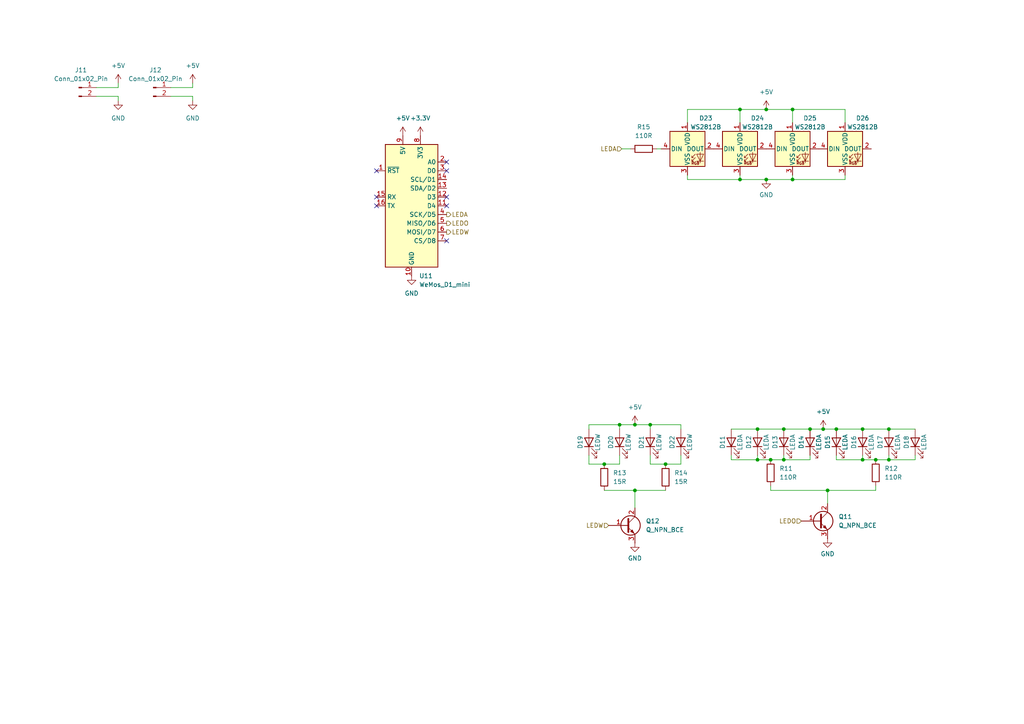
<source format=kicad_sch>
(kicad_sch (version 20231120) (generator "eeschema") (generator_version "8.0")
  (paper "A4")
  (lib_symbols
    (symbol "Connector:Conn_01x02_Pin" (pin_names (offset 1.016) hide)
      (property "Reference" "J" (at 0 2.54 0))
      (property "Value" "Conn_01x02_Pin" (at 0 -5.08 0))
      (symbol "Conn_01x02_Pin_1_1"
        (polyline (pts (xy 1.27 -2.54) (xy 0.8636 -2.54)) (stroke (width 0.1524)))
        (polyline (pts (xy 1.27 0) (xy 0.8636 0)) (stroke (width 0.1524)))
        (rectangle (start 0.8636 -2.413) (end 0 -2.667) (stroke (width 0.1524)) (fill (type outline)))
        (rectangle (start 0.8636 0.127) (end 0 -0.127) (stroke (width 0.1524)) (fill (type outline)))
        (pin passive line (at 5.08 0 180) (length 3.81) (name "Pin_1") (number "1"))
        (pin passive line (at 5.08 -2.54 180) (length 3.81) (name "Pin_2") (number "2"))
      )
    )
    (symbol "Device:LED" (pin_numbers hide) (pin_names (offset 1.016) hide)
      (property "Reference" "D" (at 0 2.54 0))
      (property "Value" "LED" (at 0 -2.54 0))
      (symbol "LED_0_1"
        (polyline (pts (xy -1.27 -1.27) (xy -1.27 1.27)) (stroke (width 0.254)))
        (polyline (pts (xy -1.27 0) (xy 1.27 0)))
        (polyline (pts (xy 1.27 -1.27) (xy 1.27 1.27) (xy -1.27 0) (xy 1.27 -1.27)) (stroke (width 0.254)))
        (polyline (pts (xy -3.048 -0.762) (xy -4.572 -2.286) (xy -3.81 -2.286) (xy -4.572 -2.286) (xy -4.572 -1.524)))
        (polyline (pts (xy -1.778 -0.762) (xy -3.302 -2.286) (xy -2.54 -2.286) (xy -3.302 -2.286) (xy -3.302 -1.524)))
      )
      (symbol "LED_1_1"
        (pin passive line (at -3.81 0 0) (length 2.54) (name "K") (number "1"))
        (pin passive line (at 3.81 0 180) (length 2.54) (name "A") (number "2"))
      )
    )
    (symbol "Device:Q_NPN_BCE" (pin_names (offset 0) hide)
      (property "Reference" "Q" (at 5.08 1.27 0))
      (property "Value" "Q_NPN_BCE" (at 5.08 -1.27 0))
      (symbol "Q_NPN_BCE_0_1"
        (polyline (pts (xy 0.635 0.635) (xy 2.54 2.54)))
        (polyline (pts (xy 0.635 -0.635) (xy 2.54 -2.54) (xy 2.54 -2.54)))
        (polyline (pts (xy 0.635 1.905) (xy 0.635 -1.905) (xy 0.635 -1.905)) (stroke (width 0.508)))
        (polyline (pts (xy 1.27 -1.778) (xy 1.778 -1.27) (xy 2.286 -2.286) (xy 1.27 -1.778) (xy 1.27 -1.778)) (fill (type outline)))
        (circle (center 1.27 0) (radius 2.8194) (stroke (width 0.254)))
      )
      (symbol "Q_NPN_BCE_1_1"
        (pin input line (at -5.08 0 0) (length 5.715) (name "B") (number "1"))
        (pin passive line (at 2.54 5.08 270) (length 2.54) (name "C") (number "2"))
        (pin passive line (at 2.54 -5.08 90) (length 2.54) (name "E") (number "3"))
      )
    )
    (symbol "Device:R" (pin_numbers hide) (pin_names (offset 0))
      (property "Reference" "R" (at 2.032 0 90))
      (property "Value" "R" (at 0 0 90))
      (symbol "R_0_1"
        (rectangle (start -1.016 -2.54) (end 1.016 2.54) (stroke (width 0.254)))
      )
      (symbol "R_1_1"
        (pin passive line (at 0 3.81 270) (length 1.27) (name "~") (number "1"))
        (pin passive line (at 0 -3.81 90) (length 1.27) (name "~") (number "2"))
      )
    )
    (symbol "LED:WS2812B" (pin_names (offset 0.254))
      (property "Reference" "D" (at 5.08 5.715 0))
      (property "Value" "WS2812B" (at 1.27 -5.715 0))
      (symbol "WS2812B_0_0"
        (text "RGB" (at 2.286 -4.191 0) (effects (font (size 0.762 0.762))))
      )
      (symbol "WS2812B_0_1"
        (polyline (pts (xy 1.27 -3.556) (xy 1.778 -3.556)))
        (polyline (pts (xy 1.27 -2.54) (xy 1.778 -2.54)))
        (polyline (pts (xy 4.699 -3.556) (xy 2.667 -3.556)))
        (polyline (pts (xy 2.286 -2.54) (xy 1.27 -3.556) (xy 1.27 -3.048)))
        (polyline (pts (xy 2.286 -1.524) (xy 1.27 -2.54) (xy 1.27 -2.032)))
        (polyline (pts (xy 3.683 -1.016) (xy 3.683 -3.556) (xy 3.683 -4.064)))
        (polyline (pts (xy 4.699 -1.524) (xy 2.667 -1.524) (xy 3.683 -3.556) (xy 4.699 -1.524)))
        (rectangle (start 5.08 5.08) (end -5.08 -5.08) (stroke (width 0.254)) (fill (type background)))
      )
      (symbol "WS2812B_1_1"
        (pin power_in line (at 0 7.62 270) (length 2.54) (name "VDD") (number "1"))
        (pin output line (at 7.62 0 180) (length 2.54) (name "DOUT") (number "2"))
        (pin power_in line (at 0 -7.62 90) (length 2.54) (name "VSS") (number "3"))
        (pin input line (at -7.62 0 0) (length 2.54) (name "DIN") (number "4"))
      )
    )
    (symbol "MCU_Module:WeMos_D1_mini"
      (property "Reference" "U" (at 3.81 19.05 0))
      (property "Value" "WeMos_D1_mini" (at 1.27 -19.05 0))
      (symbol "WeMos_D1_mini_1_1"
        (rectangle (start -7.62 17.78) (end 7.62 -17.78) (stroke (width 0.254)) (fill (type background)))
        (pin input line (at -10.16 10.16 0) (length 2.54) (name "~{RST}") (number "1"))
        (pin power_in line (at 0 -20.32 90) (length 2.54) (name "GND") (number "10"))
        (pin bidirectional line (at 10.16 0 180) (length 2.54) (name "D4") (number "11"))
        (pin bidirectional line (at 10.16 2.54 180) (length 2.54) (name "D3") (number "12"))
        (pin bidirectional line (at 10.16 5.08 180) (length 2.54) (name "SDA/D2") (number "13"))
        (pin bidirectional line (at 10.16 7.62 180) (length 2.54) (name "SCL/D1") (number "14"))
        (pin input line (at -10.16 2.54 0) (length 2.54) (name "RX") (number "15"))
        (pin output line (at -10.16 0 0) (length 2.54) (name "TX") (number "16"))
        (pin input line (at 10.16 12.7 180) (length 2.54) (name "A0") (number "2"))
        (pin bidirectional line (at 10.16 10.16 180) (length 2.54) (name "D0") (number "3"))
        (pin bidirectional line (at 10.16 -2.54 180) (length 2.54) (name "SCK/D5") (number "4"))
        (pin bidirectional line (at 10.16 -5.08 180) (length 2.54) (name "MISO/D6") (number "5"))
        (pin bidirectional line (at 10.16 -7.62 180) (length 2.54) (name "MOSI/D7") (number "6"))
        (pin bidirectional line (at 10.16 -10.16 180) (length 2.54) (name "CS/D8") (number "7"))
        (pin power_out line (at 2.54 20.32 270) (length 2.54) (name "3V3") (number "8"))
        (pin power_in line (at -2.54 20.32 270) (length 2.54) (name "5V") (number "9"))
      )
    )
    (symbol "power:+3.3V" (power) (pin_numbers hide) (pin_names (offset 0) hide)
      (property "Value" "+3.3V" (at 0 3.556 0))
      (symbol "+3.3V_0_1"
        (polyline (pts (xy -0.762 1.27) (xy 0 2.54)))
        (polyline (pts (xy 0 0) (xy 0 2.54)))
        (polyline (pts (xy 0 2.54) (xy 0.762 1.27)))
      )
      (symbol "+3.3V_1_1"
        (pin power_in line (at 0 0 90) (length 0) (name "~") (number "1"))
      )
    )
    (symbol "power:+5V" (power) (pin_numbers hide) (pin_names (offset 0) hide)
      (property "Value" "+5V" (at 0 3.556 0))
      (symbol "+5V_0_1"
        (polyline (pts (xy -0.762 1.27) (xy 0 2.54)))
        (polyline (pts (xy 0 0) (xy 0 2.54)))
        (polyline (pts (xy 0 2.54) (xy 0.762 1.27)))
      )
      (symbol "+5V_1_1"
        (pin power_in line (at 0 0 90) (length 0) (name "~") (number "1"))
      )
    )
    (symbol "power:GND" (power) (pin_numbers hide) (pin_names (offset 0) hide)
      (property "Value" "GND" (at 0 -3.81 0))
      (symbol "GND_0_1"
        (polyline (pts (xy 0 0) (xy 0 -1.27) (xy 1.27 -1.27) (xy 0 -2.54) (xy -1.27 -1.27) (xy 0 -1.27)))
      )
      (symbol "GND_1_1"
        (pin power_in line (at 0 0 270) (length 0) (name "~") (number "1"))
      )
    )
  )
  (junction (at 240.03 142.24))
  (junction (at 175.26 134.62))
  (junction (at 227.33 124.46))
  (junction (at 193.04 134.62))
  (junction (at 227.33 133.35))
  (junction (at 219.71 133.35))
  (junction (at 229.87 52.07))
  (junction (at 254 133.35))
  (junction (at 250.19 133.35))
  (junction (at 222.25 52.07))
  (junction (at 238.76 124.46))
  (junction (at 188.595 123.19))
  (junction (at 179.705 123.19))
  (junction (at 219.71 124.46))
  (junction (at 223.52 133.35))
  (junction (at 184.15 123.19))
  (junction (at 184.15 142.24))
  (junction (at 229.87 31.75))
  (junction (at 242.57 124.46))
  (junction (at 257.81 124.46))
  (junction (at 257.81 133.35))
  (junction (at 234.95 124.46))
  (junction (at 214.63 31.75))
  (junction (at 222.25 31.75))
  (junction (at 214.63 52.07))
  (junction (at 250.19 124.46))
  (no_connect (at 129.54 69.85))
  (no_connect (at 109.22 59.69))
  (no_connect (at 129.54 57.15))
  (no_connect (at 129.54 59.69))
  (no_connect (at 109.22 57.15))
  (no_connect (at 129.54 46.99))
  (no_connect (at 109.22 49.53))
  (no_connect (at 129.54 49.53))
  (wire (pts (xy 242.57 132.08) (xy 242.57 133.35)))
  (wire (pts (xy 199.39 35.56) (xy 199.39 31.75)))
  (wire (pts (xy 234.95 124.46) (xy 238.76 124.46)))
  (wire (pts (xy 188.595 124.46) (xy 188.595 123.19)))
  (wire (pts (xy 219.71 132.08) (xy 219.71 133.35)))
  (wire (pts (xy 188.595 134.62) (xy 193.04 134.62)))
  (wire (pts (xy 254 133.35) (xy 257.81 133.35)))
  (wire (pts (xy 55.88 27.94) (xy 55.88 29.21)))
  (wire (pts (xy 219.71 124.46) (xy 227.33 124.46)))
  (wire (pts (xy 214.63 31.75) (xy 214.63 35.56)))
  (wire (pts (xy 242.57 133.35) (xy 250.19 133.35)))
  (wire (pts (xy 175.26 142.24) (xy 184.15 142.24)))
  (wire (pts (xy 265.43 133.35) (xy 265.43 132.08)))
  (wire (pts (xy 229.87 35.56) (xy 229.87 31.75)))
  (wire (pts (xy 180.34 43.18) (xy 182.88 43.18)))
  (wire (pts (xy 250.19 124.46) (xy 257.81 124.46)))
  (wire (pts (xy 238.76 124.46) (xy 242.57 124.46)))
  (wire (pts (xy 257.81 132.08) (xy 257.81 133.35)))
  (wire (pts (xy 170.815 134.62) (xy 175.26 134.62)))
  (wire (pts (xy 227.33 132.08) (xy 227.33 133.35)))
  (wire (pts (xy 184.15 123.19) (xy 188.595 123.19)))
  (wire (pts (xy 242.57 124.46) (xy 250.19 124.46)))
  (wire (pts (xy 49.53 27.94) (xy 55.88 27.94)))
  (wire (pts (xy 254 142.24) (xy 254 140.97)))
  (wire (pts (xy 240.03 142.24) (xy 254 142.24)))
  (wire (pts (xy 199.39 31.75) (xy 214.63 31.75)))
  (wire (pts (xy 199.39 52.07) (xy 214.63 52.07)))
  (wire (pts (xy 170.815 123.19) (xy 179.705 123.19)))
  (wire (pts (xy 250.19 132.08) (xy 250.19 133.35)))
  (wire (pts (xy 27.94 27.94) (xy 34.29 27.94)))
  (wire (pts (xy 179.705 132.08) (xy 179.705 134.62)))
  (wire (pts (xy 245.11 52.07) (xy 245.11 50.8)))
  (wire (pts (xy 214.63 52.07) (xy 214.63 50.8)))
  (wire (pts (xy 170.815 124.46) (xy 170.815 123.19)))
  (wire (pts (xy 197.485 134.62) (xy 193.04 134.62)))
  (wire (pts (xy 222.25 52.07) (xy 229.87 52.07)))
  (wire (pts (xy 212.09 133.35) (xy 219.71 133.35)))
  (wire (pts (xy 250.19 133.35) (xy 254 133.35)))
  (wire (pts (xy 34.29 25.4) (xy 34.29 24.13)))
  (wire (pts (xy 179.705 123.19) (xy 179.705 124.46)))
  (wire (pts (xy 214.63 52.07) (xy 222.25 52.07)))
  (wire (pts (xy 223.52 142.24) (xy 240.03 142.24)))
  (wire (pts (xy 212.09 124.46) (xy 219.71 124.46)))
  (wire (pts (xy 184.15 142.24) (xy 184.15 147.32)))
  (wire (pts (xy 229.87 52.07) (xy 245.11 52.07)))
  (wire (pts (xy 214.63 31.75) (xy 222.25 31.75)))
  (wire (pts (xy 197.485 123.19) (xy 197.485 124.46)))
  (wire (pts (xy 234.95 133.35) (xy 234.95 132.08)))
  (wire (pts (xy 229.87 52.07) (xy 229.87 50.8)))
  (wire (pts (xy 240.03 142.24) (xy 240.03 146.05)))
  (wire (pts (xy 257.81 133.35) (xy 265.43 133.35)))
  (wire (pts (xy 223.52 133.35) (xy 227.33 133.35)))
  (wire (pts (xy 227.33 133.35) (xy 234.95 133.35)))
  (wire (pts (xy 219.71 133.35) (xy 223.52 133.35)))
  (wire (pts (xy 222.25 31.75) (xy 229.87 31.75)))
  (wire (pts (xy 212.09 132.08) (xy 212.09 133.35)))
  (wire (pts (xy 229.87 31.75) (xy 245.11 31.75)))
  (wire (pts (xy 179.705 123.19) (xy 184.15 123.19)))
  (wire (pts (xy 190.5 43.18) (xy 191.77 43.18)))
  (wire (pts (xy 197.485 132.08) (xy 197.485 134.62)))
  (wire (pts (xy 227.33 124.46) (xy 234.95 124.46)))
  (wire (pts (xy 199.39 52.07) (xy 199.39 50.8)))
  (wire (pts (xy 170.815 132.08) (xy 170.815 134.62)))
  (wire (pts (xy 223.52 140.97) (xy 223.52 142.24)))
  (wire (pts (xy 188.595 123.19) (xy 197.485 123.19)))
  (wire (pts (xy 257.81 124.46) (xy 265.43 124.46)))
  (wire (pts (xy 34.29 27.94) (xy 34.29 29.21)))
  (wire (pts (xy 27.94 25.4) (xy 34.29 25.4)))
  (wire (pts (xy 184.15 142.24) (xy 193.04 142.24)))
  (wire (pts (xy 179.705 134.62) (xy 175.26 134.62)))
  (wire (pts (xy 55.88 25.4) (xy 55.88 24.13)))
  (wire (pts (xy 188.595 132.08) (xy 188.595 134.62)))
  (wire (pts (xy 49.53 25.4) (xy 55.88 25.4)))
  (wire (pts (xy 245.11 31.75) (xy 245.11 35.56)))
  (hierarchical_label "LEDA" (shape output) (at 129.54 62.23 0))
  (hierarchical_label "LEDO" (shape input) (at 232.41 151.13 180))
  (hierarchical_label "LEDA" (shape input) (at 180.34 43.18 180))
  (hierarchical_label "LEDW" (shape output) (at 129.54 67.31 0))
  (hierarchical_label "LEDO" (shape output) (at 129.54 64.77 0))
  (hierarchical_label "LEDW" (shape input) (at 176.53 152.4 180))
  (symbol (lib_id "power:GND") (at 240.03 156.21 0) (unit 1)
    (property "Reference" "#PWR015" (effects (hide yes)))
    (property "Value" "GND" (at 240.03 160.655 0))
  )
  (symbol (lib_id "Device:LED") (at 242.57 128.27 90) (unit 1)
    (property "Reference" "D15" (at 240.03 128.27 0))
    (property "Value" "LEDA" (at 245.11 128.27 0))
    (property "Footprint" "LED_SMD:LED_0805_2012Metric_Pad1.15x1.40mm_HandSolder" (effects (hide yes)))
    (property "Datasheet" "https://www.lcsc.com/product-detail/Light-Emitting-Diodes-LED_Everlight-Elec-17-21SURC-S530-A3-4T_C2943978.html" (effects (hide yes)))
    (property "Price" "0.017" (effects (hide yes)))
  )
  (symbol (lib_id "power:+5V") (at 184.15 123.19 0) (unit 1)
    (property "Reference" "#PWR014" (effects (hide yes)))
    (property "Value" "+5V" (at 184.15 118.11 0))
    (property "Description" "Power symbol creates a global label with name \"+5V\"" (effects (hide yes)))
  )
  (symbol (lib_id "power:+3.3V") (at 121.92 39.37 0) (unit 1)
    (property "Reference" "#PWR012" (effects (hide yes)))
    (property "Value" "+3.3V" (at 121.92 34.29 0))
    (property "Description" "Power symbol creates a global label with name \"+3.3V\"" (effects (hide yes)))
  )
  (symbol (lib_id "LED:WS2812B") (at 229.87 43.18 0) (unit 1)
    (property "Reference" "D25" (at 234.95 34.29 0))
    (property "Value" "WS2812B" (at 234.95 36.83 0))
    (property "Footprint" "LED_SMD:LED_WS2812B_PLCC4_5.0x5.0mm_P3.2mm" (effects (hide yes)))
    (property "Datasheet" "https://cdn-shop.adafruit.com/datasheets/WS2812B.pdf" (effects (hide yes)))
    (property "Description" "RGB LED with integrated controller" (effects (hide yes)))
  )
  (symbol (lib_id "Device:Q_NPN_BCE") (at 237.49 151.13 0) (unit 1)
    (property "Reference" "Q11" (at 243.205 149.8599 0) (effects (justify left)))
    (property "Value" "Q_NPN_BCE" (at 243.205 152.3999 0) (effects (justify left)))
    (property "Footprint" "Package_TO_SOT_SMD:SOT-23" (effects (hide yes)))
    (property "Datasheet" "https://www.lcsc.com/product-detail/Bipolar-Transistors-BJT_TWGMC-S9013_C727139.html" (effects (hide yes)))
    (property "Price" "0.007" (effects (hide yes)))
  )
  (symbol (lib_id "Device:LED") (at 219.71 128.27 90) (unit 1)
    (property "Reference" "D12" (at 217.17 128.27 0))
    (property "Value" "LEDA" (at 222.25 128.27 0))
    (property "Footprint" "LED_SMD:LED_0805_2012Metric_Pad1.15x1.40mm_HandSolder" (effects (hide yes)))
    (property "Datasheet" "https://www.lcsc.com/product-detail/Light-Emitting-Diodes-LED_Everlight-Elec-17-21SURC-S530-A3-4T_C2943978.html" (effects (hide yes)))
    (property "Price" "0.017" (effects (hide yes)))
  )
  (symbol (lib_id "power:GND") (at 184.15 157.48 0) (unit 1)
    (property "Reference" "#PWR017" (effects (hide yes)))
    (property "Value" "GND" (at 184.15 161.925 0))
  )
  (symbol (lib_id "power:+5V") (at 222.25 31.75 0) (unit 1)
    (property "Reference" "#PWR019" (effects (hide yes)))
    (property "Value" "+5V" (at 222.25 26.67 0))
    (property "Description" "Power symbol creates a global label with name \"+5V\"" (effects (hide yes)))
  )
  (symbol (lib_id "Connector:Conn_01x02_Pin") (at 22.86 25.4 0) (unit 1)
    (property "Reference" "J11" (at 23.495 20.32 0))
    (property "Value" "Conn_01x02_Pin" (at 23.495 22.86 0))
    (property "Description" "Generic connector, single row, 01x02, script generated" (effects (hide yes)))
  )
  (symbol (lib_id "Device:LED") (at 179.705 128.27 90) (unit 1)
    (property "Reference" "D20" (at 177.165 128.27 0))
    (property "Value" "LEDW" (at 182.245 128.27 0))
    (property "Footprint" "LED_SMD:LED_PLCC-2" (effects (hide yes)))
    (property "Datasheet" "https://www.lcsc.com/product-detail/Light-Emitting-Diodes-LED_Everlight-Elec-67-21S-KK5C-H302433Z6-2T_C694704.html" (effects (hide yes)))
    (property "Price" "0.010" (effects (hide yes)))
  )
  (symbol (lib_id "LED:WS2812B") (at 199.39 43.18 0) (unit 1)
    (property "Reference" "D23" (at 204.724 34.29 0))
    (property "Value" "WS2812B" (at 204.724 36.83 0))
    (property "Footprint" "LED_SMD:LED_WS2812B_PLCC4_5.0x5.0mm_P3.2mm" (effects (hide yes)))
    (property "Datasheet" "https://cdn-shop.adafruit.com/datasheets/WS2812B.pdf" (effects (hide yes)))
    (property "Description" "RGB LED with integrated controller" (effects (hide yes)))
  )
  (symbol (lib_id "power:+5V") (at 116.84 39.37 0) (unit 1)
    (property "Reference" "#PWR011" (effects (hide yes)))
    (property "Value" "+5V" (at 116.84 34.29 0))
    (property "Description" "Power symbol creates a global label with name \"+5V\"" (effects (hide yes)))
  )
  (symbol (lib_id "Device:LED") (at 234.95 128.27 90) (unit 1)
    (property "Reference" "D14" (at 232.41 128.27 0))
    (property "Value" "LEDA" (at 237.49 128.27 0))
    (property "Footprint" "LED_SMD:LED_0805_2012Metric_Pad1.15x1.40mm_HandSolder" (effects (hide yes)))
    (property "Datasheet" "https://www.lcsc.com/product-detail/Light-Emitting-Diodes-LED_Everlight-Elec-17-21SURC-S530-A3-4T_C2943978.html" (effects (hide yes)))
    (property "Price" "0.017" (effects (hide yes)))
  )
  (symbol (lib_id "Device:R") (at 193.04 138.43 180) (unit 1)
    (property "Reference" "R14" (at 195.58 137.1599 0) (effects (justify right)))
    (property "Value" "15R" (at 195.58 139.6999 0) (effects (justify right)))
    (property "Footprint" "Resistor_SMD:R_1206_3216Metric_Pad1.30x1.75mm_HandSolder" (effects (hide yes)))
    (property "Datasheet" "https://www.lcsc.com/product-detail/Chip-Resistor-Surface-Mount_FOJAN-FRC1206J150TSD_C2930350.html" (effects (hide yes)))
    (property "Price" "0.0021" (effects (hide yes)))
  )
  (symbol (lib_id "power:+5V") (at 238.76 124.46 0) (unit 1)
    (property "Reference" "#PWR016" (effects (hide yes)))
    (property "Value" "+5V" (at 238.76 119.38 0))
    (property "Description" "Power symbol creates a global label with name \"+5V\"" (effects (hide yes)))
  )
  (symbol (lib_id "Device:LED") (at 197.485 128.27 90) (unit 1)
    (property "Reference" "D22" (at 194.945 128.27 0))
    (property "Value" "LEDW" (at 200.025 128.27 0))
    (property "Footprint" "LED_SMD:LED_PLCC-2" (effects (hide yes)))
    (property "Datasheet" "https://www.lcsc.com/product-detail/Light-Emitting-Diodes-LED_Everlight-Elec-67-21S-KK5C-H302433Z6-2T_C694704.html" (effects (hide yes)))
    (property "Price" "0.010" (effects (hide yes)))
  )
  (symbol (lib_id "MCU_Module:WeMos_D1_mini") (at 119.38 59.69 0) (unit 1)
    (property "Reference" "U11" (at 121.5741 80.01 0) (effects (justify left)))
    (property "Value" "WeMos_D1_mini" (at 121.5741 82.55 0) (effects (justify left)))
    (property "Footprint" "Module:WEMOS_D1_mini_light" (effects (hide yes)))
    (property "Datasheet" "https://wiki.wemos.cc/products:d1:d1_mini#documentation" (effects (hide yes)))
    (property "Description" "32-bit microcontroller module with WiFi" (effects (hide yes)))
  )
  (symbol (lib_id "Device:LED") (at 250.19 128.27 90) (unit 1)
    (property "Reference" "D16" (at 247.65 128.27 0))
    (property "Value" "LEDA" (at 252.73 128.27 0))
    (property "Footprint" "LED_SMD:LED_0805_2012Metric_Pad1.15x1.40mm_HandSolder" (effects (hide yes)))
    (property "Datasheet" "https://www.lcsc.com/product-detail/Light-Emitting-Diodes-LED_Everlight-Elec-17-21SURC-S530-A3-4T_C2943978.html" (effects (hide yes)))
    (property "Price" "0.017" (effects (hide yes)))
  )
  (symbol (lib_id "power:GND") (at 119.38 80.01 0) (unit 1)
    (property "Reference" "#PWR013" (effects (hide yes)))
    (property "Value" "GND" (at 119.38 85.09 0))
    (property "Description" "Power symbol creates a global label with name \"GND\" , ground" (effects (hide yes)))
  )
  (symbol (lib_id "Device:LED") (at 257.81 128.27 90) (unit 1)
    (property "Reference" "D17" (at 255.27 128.27 0))
    (property "Value" "LEDA" (at 260.35 128.27 0))
    (property "Footprint" "LED_SMD:LED_0805_2012Metric_Pad1.15x1.40mm_HandSolder" (effects (hide yes)))
    (property "Datasheet" "https://www.lcsc.com/product-detail/Light-Emitting-Diodes-LED_Everlight-Elec-17-21SURC-S530-A3-4T_C2943978.html" (effects (hide yes)))
    (property "Price" "0.017" (effects (hide yes)))
  )
  (symbol (lib_id "Device:LED") (at 227.33 128.27 90) (unit 1)
    (property "Reference" "D13" (at 224.79 128.27 0))
    (property "Value" "LEDA" (at 229.87 128.27 0))
    (property "Footprint" "LED_SMD:LED_0805_2012Metric_Pad1.15x1.40mm_HandSolder" (effects (hide yes)))
    (property "Datasheet" "https://www.lcsc.com/product-detail/Light-Emitting-Diodes-LED_Everlight-Elec-17-21SURC-S530-A3-4T_C2943978.html" (effects (hide yes)))
    (property "Price" "0.017" (effects (hide yes)))
  )
  (symbol (lib_id "Connector:Conn_01x02_Pin") (at 44.45 25.4 0) (unit 1)
    (property "Reference" "J12" (at 45.085 20.32 0))
    (property "Value" "Conn_01x02_Pin" (at 45.085 22.86 0))
    (property "Description" "Generic connector, single row, 01x02, script generated" (effects (hide yes)))
  )
  (symbol (lib_id "Device:R") (at 254 137.16 180) (unit 1)
    (property "Reference" "R12" (at 256.54 135.8899 0) (effects (justify right)))
    (property "Value" "110R" (at 256.54 138.4299 0) (effects (justify right)))
    (property "Footprint" "Resistor_SMD:R_1206_3216Metric_Pad1.30x1.75mm_HandSolder" (effects (hide yes)))
    (property "Datasheet" "https://www.lcsc.com/product-detail/Chip-Resistor-Surface-Mount_FOJAN-FRC1206J111TSD_C2930344.html" (effects (hide yes)))
    (property "Price" "0.0021" (effects (hide yes)))
  )
  (symbol (lib_id "Device:LED") (at 188.595 128.27 90) (unit 1)
    (property "Reference" "D21" (at 186.055 128.27 0))
    (property "Value" "LEDW" (at 191.135 128.27 0))
    (property "Footprint" "LED_SMD:LED_PLCC-2" (effects (hide yes)))
    (property "Datasheet" "https://www.lcsc.com/product-detail/Light-Emitting-Diodes-LED_Everlight-Elec-67-21S-KK5C-H302433Z6-2T_C694704.html" (effects (hide yes)))
    (property "Price" "0.010" (effects (hide yes)))
  )
  (symbol (lib_id "power:+5V") (at 55.88 24.13 0) (unit 1)
    (property "Reference" "#PWR022" (effects (hide yes)))
    (property "Value" "+5V" (at 55.88 19.05 0))
    (property "Description" "Power symbol creates a global label with name \"+5V\"" (effects (hide yes)))
  )
  (symbol (lib_id "power:GND") (at 55.88 29.21 0) (unit 1)
    (property "Reference" "#PWR023" (effects (hide yes)))
    (property "Value" "GND" (at 55.88 34.29 0))
    (property "Description" "Power symbol creates a global label with name \"GND\" , ground" (effects (hide yes)))
  )
  (symbol (lib_id "Device:Q_NPN_BCE") (at 181.61 152.4 0) (unit 1)
    (property "Reference" "Q12" (at 187.325 151.1299 0) (effects (justify left)))
    (property "Value" "Q_NPN_BCE" (at 187.325 153.6699 0) (effects (justify left)))
    (property "Footprint" "Package_TO_SOT_SMD:SOT-23" (effects (hide yes)))
    (property "Datasheet" "https://www.lcsc.com/product-detail/Bipolar-Transistors-BJT_TWGMC-S9013_C727139.html" (effects (hide yes)))
    (property "Price" "0.007" (effects (hide yes)))
  )
  (symbol (lib_id "power:GND") (at 222.25 52.07 0) (unit 1)
    (property "Reference" "#PWR018" (effects (hide yes)))
    (property "Value" "GND" (at 222.25 56.515 0))
  )
  (symbol (lib_id "LED:WS2812B") (at 214.63 43.18 0) (unit 1)
    (property "Reference" "D24" (at 219.71 34.29 0))
    (property "Value" "WS2812B" (at 219.71 36.83 0))
    (property "Footprint" "LED_SMD:LED_WS2812B_PLCC4_5.0x5.0mm_P3.2mm" (effects (hide yes)))
    (property "Datasheet" "https://cdn-shop.adafruit.com/datasheets/WS2812B.pdf" (effects (hide yes)))
    (property "Description" "RGB LED with integrated controller" (effects (hide yes)))
  )
  (symbol (lib_id "power:+5V") (at 34.29 24.13 0) (unit 1)
    (property "Reference" "#PWR020" (effects (hide yes)))
    (property "Value" "+5V" (at 34.29 19.05 0))
    (property "Description" "Power symbol creates a global label with name \"+5V\"" (effects (hide yes)))
  )
  (symbol (lib_id "power:GND") (at 34.29 29.21 0) (unit 1)
    (property "Reference" "#PWR021" (effects (hide yes)))
    (property "Value" "GND" (at 34.29 34.29 0))
    (property "Description" "Power symbol creates a global label with name \"GND\" , ground" (effects (hide yes)))
  )
  (symbol (lib_id "Device:LED") (at 265.43 128.27 90) (unit 1)
    (property "Reference" "D18" (at 262.89 128.27 0))
    (property "Value" "LEDA" (at 267.97 128.27 0))
    (property "Footprint" "LED_SMD:LED_0805_2012Metric_Pad1.15x1.40mm_HandSolder" (effects (hide yes)))
    (property "Datasheet" "https://www.lcsc.com/product-detail/Light-Emitting-Diodes-LED_Everlight-Elec-17-21SURC-S530-A3-4T_C2943978.html" (effects (hide yes)))
    (property "Price" "0.017" (effects (hide yes)))
  )
  (symbol (lib_id "Device:R") (at 186.69 43.18 270) (unit 1)
    (property "Reference" "R15" (at 186.69 36.83 90))
    (property "Value" "110R" (at 186.69 39.37 90))
    (property "Footprint" "Resistor_SMD:R_1206_3216Metric_Pad1.30x1.75mm_HandSolder" (effects (hide yes)))
    (property "Datasheet" "https://www.lcsc.com/product-detail/Chip-Resistor-Surface-Mount_FOJAN-FRC1206J111TSD_C2930344.html" (effects (hide yes)))
    (property "Price" "0.0021" (effects (hide yes)))
  )
  (symbol (lib_id "Device:LED") (at 170.815 128.27 90) (unit 1)
    (property "Reference" "D19" (at 168.275 128.27 0))
    (property "Value" "LEDW" (at 173.355 128.27 0))
    (property "Footprint" "LED_SMD:LED_PLCC-2" (effects (hide yes)))
    (property "Datasheet" "https://www.lcsc.com/product-detail/Light-Emitting-Diodes-LED_Everlight-Elec-67-21S-KK5C-H302433Z6-2T_C694704.html" (effects (hide yes)))
    (property "Price" "0.010" (effects (hide yes)))
  )
  (symbol (lib_id "LED:WS2812B") (at 245.11 43.18 0) (unit 1)
    (property "Reference" "D26" (at 250.19 34.29 0))
    (property "Value" "WS2812B" (at 250.19 36.83 0))
    (property "Footprint" "LED_SMD:LED_WS2812B_PLCC4_5.0x5.0mm_P3.2mm" (effects (hide yes)))
    (property "Datasheet" "https://cdn-shop.adafruit.com/datasheets/WS2812B.pdf" (effects (hide yes)))
    (property "Description" "RGB LED with integrated controller" (effects (hide yes)))
  )
  (symbol (lib_id "Device:LED") (at 212.09 128.27 90) (unit 1)
    (property "Reference" "D11" (at 209.55 128.27 0))
    (property "Value" "LEDA" (at 214.63 128.27 0))
    (property "Footprint" "LED_SMD:LED_0805_2012Metric_Pad1.15x1.40mm_HandSolder" (effects (hide yes)))
    (property "Datasheet" "https://www.lcsc.com/product-detail/Light-Emitting-Diodes-LED_Everlight-Elec-17-21SURC-S530-A3-4T_C2943978.html" (effects (hide yes)))
    (property "Price" "0.017" (effects (hide yes)))
  )
  (symbol (lib_id "Device:R") (at 223.52 137.16 180) (unit 1)
    (property "Reference" "R11" (at 226.06 135.8899 0) (effects (justify right)))
    (property "Value" "110R" (at 226.06 138.4299 0) (effects (justify right)))
    (property "Footprint" "Resistor_SMD:R_1206_3216Metric_Pad1.30x1.75mm_HandSolder" (effects (hide yes)))
    (property "Datasheet" "https://www.lcsc.com/product-detail/Chip-Resistor-Surface-Mount_FOJAN-FRC1206J111TSD_C2930344.html" (effects (hide yes)))
    (property "Price" "0.0021" (effects (hide yes)))
  )
  (symbol (lib_id "Device:R") (at 175.26 138.43 180) (unit 1)
    (property "Reference" "R13" (at 177.8 137.1599 0) (effects (justify right)))
    (property "Value" "15R" (at 177.8 139.6999 0) (effects (justify right)))
    (property "Footprint" "Resistor_SMD:R_1206_3216Metric_Pad1.30x1.75mm_HandSolder" (effects (hide yes)))
    (property "Datasheet" "https://www.lcsc.com/product-detail/Chip-Resistor-Surface-Mount_FOJAN-FRC1206J150TSD_C2930350.html" (effects (hide yes)))
    (property "Price" "0.0021" (effects (hide yes)))
  )
)
</source>
